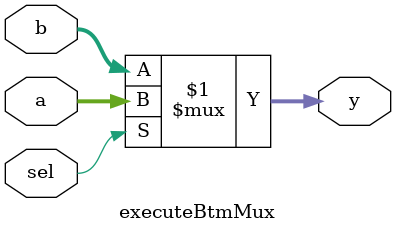
<source format=v>
`timescale 1ns / 1ps


module executeBtmMux(
    output wire [4:0] y,
    input  wire [4:0] a,
    input  wire [4:0] b,
    input  wire       sel
);

    assign y = sel ? a : b;

endmodule
</source>
